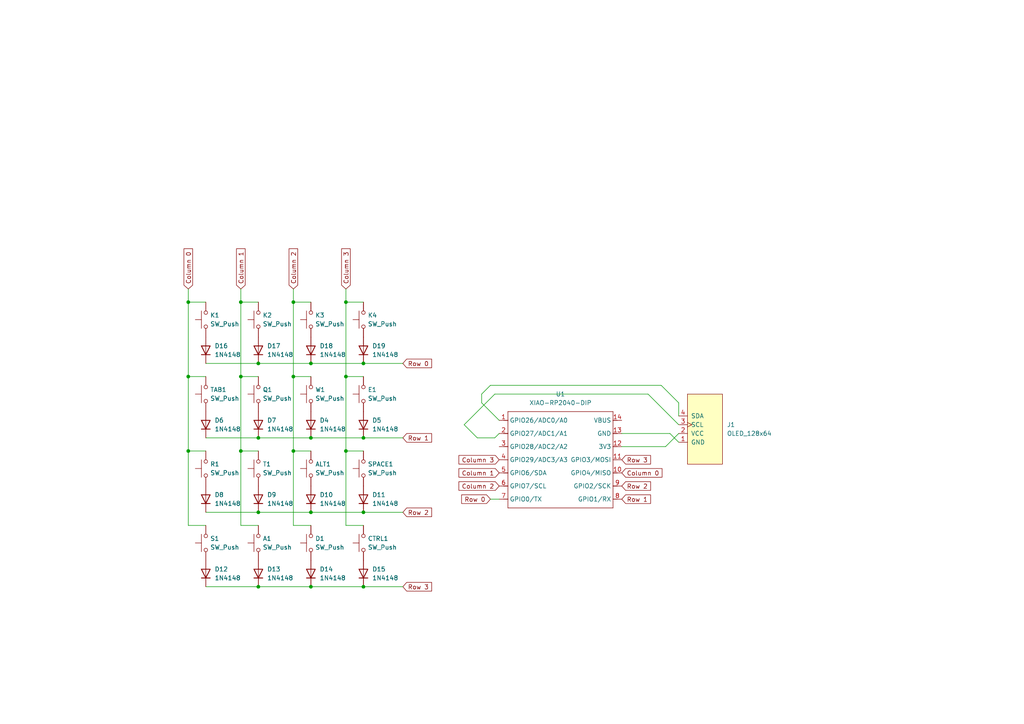
<source format=kicad_sch>
(kicad_sch (version 20250114) (generator "eeschema") (generator_version "9.0")
  (paper "A4")
  (lib_symbols
    (symbol "Diode:1N4148" (pin_numbers (hide yes)) (pin_names (hide yes))
      (property "Reference" "D" (at 0 2.54 0))
      (property "Value" "1N4148" (at 0 -2.54 0))
      (symbol "1N4148_0_1"
        (polyline (pts (xy -1.27 1.27) (xy -1.27 -1.27)) (stroke (width 0.254)))
        (polyline (pts (xy 1.27 1.27) (xy 1.27 -1.27) (xy -1.27 0) (xy 1.27 1.27)) (stroke (width 0.254)))
        (polyline (pts (xy 1.27 0) (xy -1.27 0)))
      )
      (symbol "1N4148_1_1"
        (pin passive line (at -3.81 0 0) (length 2.54) (name "K") (number "1"))
        (pin passive line (at 3.81 0 180) (length 2.54) (name "A") (number "2"))
      )
    )
    (symbol "OPL:XIAO-RP2040-DIP"
      (property "Reference" "U" (at 0 0 0))
      (property "Value" "XIAO-RP2040-DIP" (at 5.334 -1.778 0))
      (symbol "XIAO-RP2040-DIP_1_0"
        (polyline (pts (xy -1.27 -2.54) (xy 29.21 -2.54)) (stroke (width 0.1524)))
        (polyline (pts (xy -1.27 -5.08) (xy -2.54 -5.08)) (stroke (width 0.1524)))
        (polyline (pts (xy -1.27 -5.08) (xy -1.27 -2.54)) (stroke (width 0.1524)))
        (polyline (pts (xy -1.27 -8.89) (xy -2.54 -8.89)) (stroke (width 0.1524)))
        (polyline (pts (xy -1.27 -8.89) (xy -1.27 -5.08)) (stroke (width 0.1524)))
        (polyline (pts (xy -1.27 -12.7) (xy -2.54 -12.7)) (stroke (width 0.1524)))
        (polyline (pts (xy -1.27 -12.7) (xy -1.27 -8.89)) (stroke (width 0.1524)))
        (polyline (pts (xy -1.27 -16.51) (xy -2.54 -16.51)) (stroke (width 0.1524)))
        (polyline (pts (xy -1.27 -16.51) (xy -1.27 -12.7)) (stroke (width 0.1524)))
        (polyline (pts (xy -1.27 -20.32) (xy -2.54 -20.32)) (stroke (width 0.1524)))
        (polyline (pts (xy -1.27 -24.13) (xy -2.54 -24.13)) (stroke (width 0.1524)))
        (polyline (pts (xy -1.27 -27.94) (xy -2.54 -27.94)) (stroke (width 0.1524)))
        (polyline (pts (xy -1.27 -30.48) (xy -1.27 -16.51)) (stroke (width 0.1524)))
        (polyline (pts (xy 29.21 -2.54) (xy 29.21 -5.08)) (stroke (width 0.1524)))
        (polyline (pts (xy 29.21 -5.08) (xy 29.21 -8.89)) (stroke (width 0.1524)))
        (polyline (pts (xy 29.21 -8.89) (xy 29.21 -12.7)) (stroke (width 0.1524)))
        (polyline (pts (xy 29.21 -12.7) (xy 29.21 -30.48)) (stroke (width 0.1524)))
        (polyline (pts (xy 29.21 -30.48) (xy -1.27 -30.48)) (stroke (width 0.1524)))
        (polyline (pts (xy 30.48 -5.08) (xy 29.21 -5.08)) (stroke (width 0.1524)))
        (polyline (pts (xy 30.48 -8.89) (xy 29.21 -8.89)) (stroke (width 0.1524)))
        (polyline (pts (xy 30.48 -12.7) (xy 29.21 -12.7)) (stroke (width 0.1524)))
        (polyline (pts (xy 30.48 -16.51) (xy 29.21 -16.51)) (stroke (width 0.1524)))
        (polyline (pts (xy 30.48 -20.32) (xy 29.21 -20.32)) (stroke (width 0.1524)))
        (polyline (pts (xy 30.48 -24.13) (xy 29.21 -24.13)) (stroke (width 0.1524)))
        (polyline (pts (xy 30.48 -27.94) (xy 29.21 -27.94)) (stroke (width 0.1524)))
        (pin passive line (at -3.81 -5.08 0) (length 2.54) (name "GPIO26/ADC0/A0") (number "1"))
        (pin passive line (at -3.81 -8.89 0) (length 2.54) (name "GPIO27/ADC1/A1") (number "2"))
        (pin passive line (at -3.81 -12.7 0) (length 2.54) (name "GPIO28/ADC2/A2") (number "3"))
        (pin passive line (at -3.81 -16.51 0) (length 2.54) (name "GPIO29/ADC3/A3") (number "4"))
        (pin passive line (at -3.81 -20.32 0) (length 2.54) (name "GPIO6/SDA") (number "5"))
        (pin passive line (at -3.81 -24.13 0) (length 2.54) (name "GPIO7/SCL") (number "6"))
        (pin passive line (at -3.81 -27.94 0) (length 2.54) (name "GPIO0/TX") (number "7"))
        (pin passive line (at 31.75 -5.08 180) (length 2.54) (name "VBUS") (number "14"))
        (pin passive line (at 31.75 -8.89 180) (length 2.54) (name "GND") (number "13"))
        (pin passive line (at 31.75 -12.7 180) (length 2.54) (name "3V3") (number "12"))
        (pin passive line (at 31.75 -16.51 180) (length 2.54) (name "GPIO3/MOSI") (number "11"))
        (pin passive line (at 31.75 -20.32 180) (length 2.54) (name "GPIO4/MISO") (number "10"))
        (pin passive line (at 31.75 -24.13 180) (length 2.54) (name "GPIO2/SCK") (number "9"))
        (pin passive line (at 31.75 -27.94 180) (length 2.54) (name "GPIO1/RX") (number "8"))
      )
    )
    (symbol "SCREN:OLED_128x64" (pin_names (offset 1.016))
      (property "Reference" "J" (at 0 -11.43 0))
      (property "Value" "OLED_128x64" (at 0 -7.62 0))
      (symbol "OLED_128x64_0_1"
        (rectangle (start 10.16 -10.16) (end -10.16 0) (fill (type background)))
      )
      (symbol "OLED_128x64_1_1"
        (pin power_in line (at -3.81 2.54 270) (length 2.54) (name "GND") (number "1"))
        (pin power_in line (at -1.27 2.54 270) (length 2.54) (name "VCC") (number "2"))
        (pin input clock (at 1.27 2.54 270) (length 2.54) (name "SCL") (number "3"))
        (pin bidirectional line (at 3.81 2.54 270) (length 2.54) (name "SDA") (number "4"))
      )
    )
    (symbol "Switch:SW_Push" (pin_numbers (hide yes)) (pin_names (offset 1.016) (hide yes))
      (property "Reference" "SW" (at 1.27 2.54 0))
      (property "Value" "SW_Push" (at 0 -1.524 0))
      (symbol "SW_Push_0_1"
        (circle (center -2.032 0) (radius 0.508))
        (polyline (pts (xy 0 1.27) (xy 0 3.048)))
        (circle (center 2.032 0) (radius 0.508))
        (polyline (pts (xy 2.54 1.27) (xy -2.54 1.27)))
        (pin passive line (at -5.08 0 0) (length 2.54) (name "1") (number "1"))
        (pin passive line (at 5.08 0 180) (length 2.54) (name "2") (number "2"))
      )
    )
  )
  (junction (at 85.09 130.81))
  (junction (at 85.09 87.63))
  (junction (at 105.41 127))
  (junction (at 54.61 109.22))
  (junction (at 74.93 105.41))
  (junction (at 69.85 87.63))
  (junction (at 90.17 170.18))
  (junction (at 105.41 170.18))
  (junction (at 69.85 109.22))
  (junction (at 74.93 127))
  (junction (at 100.33 109.22))
  (junction (at 74.93 170.18))
  (junction (at 74.93 148.59))
  (junction (at 105.41 105.41))
  (junction (at 100.33 130.81))
  (junction (at 90.17 148.59))
  (junction (at 100.33 87.63))
  (junction (at 69.85 130.81))
  (junction (at 85.09 109.22))
  (junction (at 54.61 130.81))
  (junction (at 54.61 87.63))
  (junction (at 90.17 127))
  (junction (at 90.17 105.41))
  (junction (at 105.41 148.59))
  (wire (pts (xy 90.17 127) (xy 105.41 127)))
  (wire (pts (xy 196.85 120.65) (xy 196.85 116.84)))
  (wire (pts (xy 69.85 130.81) (xy 69.85 152.4)))
  (wire (pts (xy 54.61 87.63) (xy 59.69 87.63)))
  (wire (pts (xy 69.85 83.82) (xy 69.85 87.63)))
  (wire (pts (xy 59.69 148.59) (xy 74.93 148.59)))
  (wire (pts (xy 69.85 130.81) (xy 74.93 130.81)))
  (wire (pts (xy 54.61 109.22) (xy 54.61 130.81)))
  (wire (pts (xy 74.93 127) (xy 90.17 127)))
  (wire (pts (xy 100.33 109.22) (xy 105.41 109.22)))
  (wire (pts (xy 196.85 116.84) (xy 191.77 111.76)))
  (wire (pts (xy 85.09 109.22) (xy 90.17 109.22)))
  (wire (pts (xy 193.04 129.54) (xy 196.85 125.73)))
  (wire (pts (xy 74.93 170.18) (xy 90.17 170.18)))
  (wire (pts (xy 134.62 123.19) (xy 138.43 127)))
  (wire (pts (xy 180.34 125.73) (xy 194.31 125.73)))
  (wire (pts (xy 90.17 148.59) (xy 105.41 148.59)))
  (wire (pts (xy 100.33 130.81) (xy 105.41 130.81)))
  (wire (pts (xy 54.61 83.82) (xy 54.61 87.63)))
  (wire (pts (xy 90.17 105.41) (xy 105.41 105.41)))
  (wire (pts (xy 59.69 105.41) (xy 74.93 105.41)))
  (wire (pts (xy 100.33 83.82) (xy 100.33 87.63)))
  (wire (pts (xy 54.61 130.81) (xy 59.69 130.81)))
  (wire (pts (xy 54.61 109.22) (xy 59.69 109.22)))
  (wire (pts (xy 85.09 152.4) (xy 90.17 152.4)))
  (wire (pts (xy 194.31 125.73) (xy 196.85 128.27)))
  (wire (pts (xy 191.77 111.76) (xy 142.24 111.76)))
  (wire (pts (xy 85.09 130.81) (xy 85.09 152.4)))
  (wire (pts (xy 139.7 116.84) (xy 144.78 121.92)))
  (wire (pts (xy 142.24 144.78) (xy 144.78 144.78)))
  (wire (pts (xy 139.7 114.3) (xy 139.7 116.84)))
  (wire (pts (xy 69.85 87.63) (xy 69.85 109.22)))
  (wire (pts (xy 85.09 130.81) (xy 90.17 130.81)))
  (wire (pts (xy 85.09 109.22) (xy 85.09 130.81)))
  (wire (pts (xy 54.61 130.81) (xy 54.61 152.4)))
  (wire (pts (xy 54.61 152.4) (xy 59.69 152.4)))
  (wire (pts (xy 100.33 152.4) (xy 105.41 152.4)))
  (wire (pts (xy 187.96 114.3) (xy 143.51 114.3)))
  (wire (pts (xy 69.85 87.63) (xy 74.93 87.63)))
  (wire (pts (xy 105.41 148.59) (xy 116.84 148.59)))
  (wire (pts (xy 105.41 127) (xy 116.84 127)))
  (wire (pts (xy 85.09 87.63) (xy 85.09 109.22)))
  (wire (pts (xy 105.41 105.41) (xy 116.84 105.41)))
  (wire (pts (xy 134.62 123.19) (xy 143.51 114.3)))
  (wire (pts (xy 138.43 127) (xy 143.51 127)))
  (wire (pts (xy 100.33 87.63) (xy 105.41 87.63)))
  (wire (pts (xy 142.24 111.76) (xy 139.7 114.3)))
  (wire (pts (xy 100.33 130.81) (xy 100.33 152.4)))
  (wire (pts (xy 69.85 109.22) (xy 74.93 109.22)))
  (wire (pts (xy 59.69 170.18) (xy 74.93 170.18)))
  (wire (pts (xy 100.33 109.22) (xy 100.33 130.81)))
  (wire (pts (xy 59.69 127) (xy 74.93 127)))
  (wire (pts (xy 180.34 129.54) (xy 193.04 129.54)))
  (wire (pts (xy 90.17 170.18) (xy 105.41 170.18)))
  (wire (pts (xy 85.09 83.82) (xy 85.09 87.63)))
  (wire (pts (xy 74.93 105.41) (xy 90.17 105.41)))
  (wire (pts (xy 69.85 152.4) (xy 74.93 152.4)))
  (wire (pts (xy 54.61 87.63) (xy 54.61 109.22)))
  (wire (pts (xy 105.41 170.18) (xy 116.84 170.18)))
  (wire (pts (xy 69.85 109.22) (xy 69.85 130.81)))
  (wire (pts (xy 100.33 87.63) (xy 100.33 109.22)))
  (wire (pts (xy 85.09 87.63) (xy 90.17 87.63)))
  (wire (pts (xy 143.51 127) (xy 144.78 125.73)))
  (wire (pts (xy 74.93 148.59) (xy 90.17 148.59)))
  (wire (pts (xy 196.85 123.19) (xy 187.96 114.3)))
  (global_label "Column 3" (shape input) (at 144.78 133.35 180) (property "Intersheetrefs" "${INTERSHEET_REFS}" (effects (hide yes))))
  (global_label "Column 2" (shape input) (at 85.09 83.82 90) (property "Intersheetrefs" "${INTERSHEET_REFS}" (effects (hide yes))))
  (global_label "Column 0" (shape input) (at 54.61 83.82 90) (property "Intersheetrefs" "${INTERSHEET_REFS}" (effects (hide yes))))
  (global_label "Row 3" (shape input) (at 116.84 170.18 0) (property "Intersheetrefs" "${INTERSHEET_REFS}" (effects (hide yes))))
  (global_label "Row 0" (shape input) (at 142.24 144.78 180) (property "Intersheetrefs" "${INTERSHEET_REFS}" (effects (hide yes))))
  (global_label "Row 2" (shape input) (at 180.34 140.97 0) (property "Intersheetrefs" "${INTERSHEET_REFS}" (effects (hide yes))))
  (global_label "Row 3" (shape input) (at 180.34 133.35 0) (property "Intersheetrefs" "${INTERSHEET_REFS}" (effects (hide yes))))
  (global_label "Row 2" (shape input) (at 116.84 148.59 0) (property "Intersheetrefs" "${INTERSHEET_REFS}" (effects (hide yes))))
  (global_label "Row 0" (shape input) (at 116.84 105.41 0) (property "Intersheetrefs" "${INTERSHEET_REFS}" (effects (hide yes))))
  (global_label "Column 3" (shape input) (at 100.33 83.82 90) (property "Intersheetrefs" "${INTERSHEET_REFS}" (effects (hide yes))))
  (global_label "Column 1" (shape input) (at 144.78 137.16 180) (property "Intersheetrefs" "${INTERSHEET_REFS}" (effects (hide yes))))
  (global_label "Column 2" (shape input) (at 144.78 140.97 180) (property "Intersheetrefs" "${INTERSHEET_REFS}" (effects (hide yes))))
  (global_label "Column 0" (shape input) (at 180.34 137.16 0) (property "Intersheetrefs" "${INTERSHEET_REFS}" (effects (hide yes))))
  (global_label "Column 1" (shape input) (at 69.85 83.82 90) (property "Intersheetrefs" "${INTERSHEET_REFS}" (effects (hide yes))))
  (global_label "Row 1" (shape input) (at 116.84 127 0) (property "Intersheetrefs" "${INTERSHEET_REFS}" (effects (hide yes))))
  (global_label "Row 1" (shape input) (at 180.34 144.78 0) (property "Intersheetrefs" "${INTERSHEET_REFS}" (effects (hide yes))))
  (symbol (lib_id "Switch:SW_Push") (at 90.17 114.3 90) (unit 1)
    (property "Reference" "W1" (at 91.44 113.0299 90) (effects (justify right)))
    (property "Value" "SW_Push" (at 91.44 115.5699 90) (effects (justify right)))
    (property "Footprint" "Button_Switch_Keyboard:SW_Cherry_MX_1.00u_PCB" (effects (hide yes)))
    (property "Description" "Push button switch, generic, two pins" (effects (hide yes)))
  )
  (symbol (lib_id "Diode:1N4148") (at 105.41 166.37 90) (unit 1)
    (property "Reference" "D15" (at 107.95 165.0999 90) (effects (justify right)))
    (property "Value" "1N4148" (at 107.95 167.6399 90) (effects (justify right)))
    (property "Footprint" "Diode_THT:D_DO-35_SOD27_P7.62mm_Horizontal" (effects (hide yes)))
    (property "Datasheet" "https://assets.nexperia.com/documents/data-sheet/1N4148_1N4448.pdf" (effects (hide yes)))
    (property "Description" "100V 0.15A standard switching diode, DO-35" (effects (hide yes)))
    (property "Sim.Device" "D" (effects (hide yes)))
    (property "Sim.Pins" "1=K 2=A" (effects (hide yes)))
  )
  (symbol (lib_id "Switch:SW_Push") (at 74.93 92.71 90) (unit 1)
    (property "Reference" "K2" (at 76.2 91.4399 90) (effects (justify right)))
    (property "Value" "SW_Push" (at 76.2 93.9799 90) (effects (justify right)))
    (property "Footprint" "Button_Switch_Keyboard:SW_Cherry_MX_1.00u_PCB" (effects (hide yes)))
    (property "Description" "Push button switch, generic, two pins" (effects (hide yes)))
  )
  (symbol (lib_id "Switch:SW_Push") (at 90.17 92.71 90) (unit 1)
    (property "Reference" "K3" (at 91.44 91.4399 90) (effects (justify right)))
    (property "Value" "SW_Push" (at 91.44 93.9799 90) (effects (justify right)))
    (property "Footprint" "Button_Switch_Keyboard:SW_Cherry_MX_1.00u_PCB" (effects (hide yes)))
    (property "Description" "Push button switch, generic, two pins" (effects (hide yes)))
  )
  (symbol (lib_id "Switch:SW_Push") (at 74.93 157.48 90) (unit 1)
    (property "Reference" "A1" (at 76.2 156.2099 90) (effects (justify right)))
    (property "Value" "SW_Push" (at 76.2 158.7499 90) (effects (justify right)))
    (property "Footprint" "Button_Switch_Keyboard:SW_Cherry_MX_1.00u_PCB" (effects (hide yes)))
    (property "Description" "Push button switch, generic, two pins" (effects (hide yes)))
  )
  (symbol (lib_id "Diode:1N4148") (at 90.17 101.6 90) (unit 1)
    (property "Reference" "D18" (at 92.71 100.3299 90) (effects (justify right)))
    (property "Value" "1N4148" (at 92.71 102.8699 90) (effects (justify right)))
    (property "Footprint" "Diode_THT:D_DO-35_SOD27_P7.62mm_Horizontal" (effects (hide yes)))
    (property "Datasheet" "https://assets.nexperia.com/documents/data-sheet/1N4148_1N4448.pdf" (effects (hide yes)))
    (property "Description" "100V 0.15A standard switching diode, DO-35" (effects (hide yes)))
    (property "Sim.Device" "D" (effects (hide yes)))
    (property "Sim.Pins" "1=K 2=A" (effects (hide yes)))
  )
  (symbol (lib_id "Switch:SW_Push") (at 59.69 92.71 90) (unit 1)
    (property "Reference" "K1" (at 60.96 91.4399 90) (effects (justify right)))
    (property "Value" "SW_Push" (at 60.96 93.9799 90) (effects (justify right)))
    (property "Footprint" "Button_Switch_Keyboard:SW_Cherry_MX_1.00u_PCB" (effects (hide yes)))
    (property "Description" "Push button switch, generic, two pins" (effects (hide yes)))
  )
  (symbol (lib_id "Diode:1N4148") (at 90.17 144.78 90) (unit 1)
    (property "Reference" "D10" (at 92.71 143.5099 90) (effects (justify right)))
    (property "Value" "1N4148" (at 92.71 146.0499 90) (effects (justify right)))
    (property "Footprint" "Diode_THT:D_DO-35_SOD27_P7.62mm_Horizontal" (effects (hide yes)))
    (property "Datasheet" "https://assets.nexperia.com/documents/data-sheet/1N4148_1N4448.pdf" (effects (hide yes)))
    (property "Description" "100V 0.15A standard switching diode, DO-35" (effects (hide yes)))
    (property "Sim.Device" "D" (effects (hide yes)))
    (property "Sim.Pins" "1=K 2=A" (effects (hide yes)))
  )
  (symbol (lib_id "OPL:XIAO-RP2040-DIP") (at 148.59 116.84 0) (unit 1)
    (property "Reference" "U1" (at 162.56 114.3 0))
    (property "Value" "XIAO-RP2040-DIP" (at 162.56 116.84 0))
    (property "Footprint" "Seeed Studio XIAO Series Library:XIAO-RP2040-DIP" (effects (hide yes)))
  )
  (symbol (lib_id "Switch:SW_Push") (at 105.41 135.89 90) (unit 1)
    (property "Reference" "SPACE1" (at 106.68 134.6199 90) (effects (justify right)))
    (property "Value" "SW_Push" (at 106.68 137.1599 90) (effects (justify right)))
    (property "Footprint" "Button_Switch_Keyboard:SW_Cherry_MX_1.00u_PCB" (effects (hide yes)))
    (property "Description" "Push button switch, generic, two pins" (effects (hide yes)))
  )
  (symbol (lib_id "Diode:1N4148") (at 59.69 123.19 90) (unit 1)
    (property "Reference" "D6" (at 62.23 121.9199 90) (effects (justify right)))
    (property "Value" "1N4148" (at 62.23 124.4599 90) (effects (justify right)))
    (property "Footprint" "Diode_THT:D_DO-35_SOD27_P7.62mm_Horizontal" (effects (hide yes)))
    (property "Datasheet" "https://assets.nexperia.com/documents/data-sheet/1N4148_1N4448.pdf" (effects (hide yes)))
    (property "Description" "100V 0.15A standard switching diode, DO-35" (effects (hide yes)))
    (property "Sim.Device" "D" (effects (hide yes)))
    (property "Sim.Pins" "1=K 2=A" (effects (hide yes)))
  )
  (symbol (lib_id "Switch:SW_Push") (at 105.41 114.3 90) (unit 1)
    (property "Reference" "E1" (at 106.68 113.0299 90) (effects (justify right)))
    (property "Value" "SW_Push" (at 106.68 115.5699 90) (effects (justify right)))
    (property "Footprint" "Button_Switch_Keyboard:SW_Cherry_MX_1.00u_PCB" (effects (hide yes)))
    (property "Description" "Push button switch, generic, two pins" (effects (hide yes)))
  )
  (symbol (lib_id "Switch:SW_Push") (at 59.69 135.89 90) (unit 1)
    (property "Reference" "R1" (at 60.96 134.6199 90) (effects (justify right)))
    (property "Value" "SW_Push" (at 60.96 137.1599 90) (effects (justify right)))
    (property "Footprint" "Button_Switch_Keyboard:SW_Cherry_MX_1.00u_PCB" (effects (hide yes)))
    (property "Description" "Push button switch, generic, two pins" (effects (hide yes)))
  )
  (symbol (lib_id "SCREN:OLED_128x64") (at 199.39 124.46 90) (unit 1)
    (property "Reference" "J1" (at 210.82 123.1899 90) (effects (justify right)))
    (property "Value" "OLED_128x64" (at 210.82 125.7299 90) (effects (justify right)))
    (property "Footprint" "ScottoKeebs_Components:OLED_128x64" (effects (hide yes)))
  )
  (symbol (lib_id "Switch:SW_Push") (at 59.69 114.3 90) (unit 1)
    (property "Reference" "TAB1" (at 60.96 113.0299 90) (effects (justify right)))
    (property "Value" "SW_Push" (at 60.96 115.5699 90) (effects (justify right)))
    (property "Footprint" "Button_Switch_Keyboard:SW_Cherry_MX_1.00u_PCB" (effects (hide yes)))
    (property "Description" "Push button switch, generic, two pins" (effects (hide yes)))
  )
  (symbol (lib_id "Switch:SW_Push") (at 90.17 157.48 90) (unit 1)
    (property "Reference" "D1" (at 91.44 156.2099 90) (effects (justify right)))
    (property "Value" "SW_Push" (at 91.44 158.7499 90) (effects (justify right)))
    (property "Footprint" "Button_Switch_Keyboard:SW_Cherry_MX_1.00u_PCB" (effects (hide yes)))
    (property "Description" "Push button switch, generic, two pins" (effects (hide yes)))
  )
  (symbol (lib_id "Switch:SW_Push") (at 74.93 114.3 90) (unit 1)
    (property "Reference" "Q1" (at 76.2 113.0299 90) (effects (justify right)))
    (property "Value" "SW_Push" (at 76.2 115.5699 90) (effects (justify right)))
    (property "Footprint" "Button_Switch_Keyboard:SW_Cherry_MX_1.00u_PCB" (effects (hide yes)))
    (property "Description" "Push button switch, generic, two pins" (effects (hide yes)))
  )
  (symbol (lib_id "Diode:1N4148") (at 105.41 144.78 90) (unit 1)
    (property "Reference" "D11" (at 107.95 143.5099 90) (effects (justify right)))
    (property "Value" "1N4148" (at 107.95 146.0499 90) (effects (justify right)))
    (property "Footprint" "Diode_THT:D_DO-35_SOD27_P7.62mm_Horizontal" (effects (hide yes)))
    (property "Datasheet" "https://assets.nexperia.com/documents/data-sheet/1N4148_1N4448.pdf" (effects (hide yes)))
    (property "Description" "100V 0.15A standard switching diode, DO-35" (effects (hide yes)))
    (property "Sim.Device" "D" (effects (hide yes)))
    (property "Sim.Pins" "1=K 2=A" (effects (hide yes)))
  )
  (symbol (lib_id "Switch:SW_Push") (at 90.17 135.89 90) (unit 1)
    (property "Reference" "ALT1" (at 91.44 134.6199 90) (effects (justify right)))
    (property "Value" "SW_Push" (at 91.44 137.1599 90) (effects (justify right)))
    (property "Footprint" "Button_Switch_Keyboard:SW_Cherry_MX_1.00u_PCB" (effects (hide yes)))
    (property "Description" "Push button switch, generic, two pins" (effects (hide yes)))
  )
  (symbol (lib_id "Diode:1N4148") (at 59.69 144.78 90) (unit 1)
    (property "Reference" "D8" (at 62.23 143.5099 90) (effects (justify right)))
    (property "Value" "1N4148" (at 62.23 146.0499 90) (effects (justify right)))
    (property "Footprint" "Diode_THT:D_DO-35_SOD27_P7.62mm_Horizontal" (effects (hide yes)))
    (property "Datasheet" "https://assets.nexperia.com/documents/data-sheet/1N4148_1N4448.pdf" (effects (hide yes)))
    (property "Description" "100V 0.15A standard switching diode, DO-35" (effects (hide yes)))
    (property "Sim.Device" "D" (effects (hide yes)))
    (property "Sim.Pins" "1=K 2=A" (effects (hide yes)))
  )
  (symbol (lib_id "Diode:1N4148") (at 74.93 101.6 90) (unit 1)
    (property "Reference" "D17" (at 77.47 100.3299 90) (effects (justify right)))
    (property "Value" "1N4148" (at 77.47 102.8699 90) (effects (justify right)))
    (property "Footprint" "Diode_THT:D_DO-35_SOD27_P7.62mm_Horizontal" (effects (hide yes)))
    (property "Datasheet" "https://assets.nexperia.com/documents/data-sheet/1N4148_1N4448.pdf" (effects (hide yes)))
    (property "Description" "100V 0.15A standard switching diode, DO-35" (effects (hide yes)))
    (property "Sim.Device" "D" (effects (hide yes)))
    (property "Sim.Pins" "1=K 2=A" (effects (hide yes)))
  )
  (symbol (lib_id "Diode:1N4148") (at 74.93 123.19 90) (unit 1)
    (property "Reference" "D7" (at 77.47 121.9199 90) (effects (justify right)))
    (property "Value" "1N4148" (at 77.47 124.4599 90) (effects (justify right)))
    (property "Footprint" "Diode_THT:D_DO-35_SOD27_P7.62mm_Horizontal" (effects (hide yes)))
    (property "Datasheet" "https://assets.nexperia.com/documents/data-sheet/1N4148_1N4448.pdf" (effects (hide yes)))
    (property "Description" "100V 0.15A standard switching diode, DO-35" (effects (hide yes)))
    (property "Sim.Device" "D" (effects (hide yes)))
    (property "Sim.Pins" "1=K 2=A" (effects (hide yes)))
  )
  (symbol (lib_id "Diode:1N4148") (at 74.93 144.78 90) (unit 1)
    (property "Reference" "D9" (at 77.47 143.5099 90) (effects (justify right)))
    (property "Value" "1N4148" (at 77.47 146.0499 90) (effects (justify right)))
    (property "Footprint" "Diode_THT:D_DO-35_SOD27_P7.62mm_Horizontal" (effects (hide yes)))
    (property "Datasheet" "https://assets.nexperia.com/documents/data-sheet/1N4148_1N4448.pdf" (effects (hide yes)))
    (property "Description" "100V 0.15A standard switching diode, DO-35" (effects (hide yes)))
    (property "Sim.Device" "D" (effects (hide yes)))
    (property "Sim.Pins" "1=K 2=A" (effects (hide yes)))
  )
  (symbol (lib_id "Switch:SW_Push") (at 74.93 135.89 90) (unit 1)
    (property "Reference" "T1" (at 76.2 134.6199 90) (effects (justify right)))
    (property "Value" "SW_Push" (at 76.2 137.1599 90) (effects (justify right)))
    (property "Footprint" "Button_Switch_Keyboard:SW_Cherry_MX_1.00u_PCB" (effects (hide yes)))
    (property "Description" "Push button switch, generic, two pins" (effects (hide yes)))
  )
  (symbol (lib_id "Switch:SW_Push") (at 59.69 157.48 90) (unit 1)
    (property "Reference" "S1" (at 60.96 156.2099 90) (effects (justify right)))
    (property "Value" "SW_Push" (at 60.96 158.7499 90) (effects (justify right)))
    (property "Footprint" "Button_Switch_Keyboard:SW_Cherry_MX_1.00u_PCB" (effects (hide yes)))
    (property "Description" "Push button switch, generic, two pins" (effects (hide yes)))
  )
  (symbol (lib_id "Diode:1N4148") (at 105.41 123.19 90) (unit 1)
    (property "Reference" "D5" (at 107.95 121.9199 90) (effects (justify right)))
    (property "Value" "1N4148" (at 107.95 124.4599 90) (effects (justify right)))
    (property "Footprint" "Diode_THT:D_DO-35_SOD27_P7.62mm_Horizontal" (effects (hide yes)))
    (property "Datasheet" "https://assets.nexperia.com/documents/data-sheet/1N4148_1N4448.pdf" (effects (hide yes)))
    (property "Description" "100V 0.15A standard switching diode, DO-35" (effects (hide yes)))
    (property "Sim.Device" "D" (effects (hide yes)))
    (property "Sim.Pins" "1=K 2=A" (effects (hide yes)))
  )
  (symbol (lib_id "Diode:1N4148") (at 59.69 101.6 90) (unit 1)
    (property "Reference" "D16" (at 62.23 100.3299 90) (effects (justify right)))
    (property "Value" "1N4148" (at 62.23 102.8699 90) (effects (justify right)))
    (property "Footprint" "Diode_THT:D_DO-35_SOD27_P7.62mm_Horizontal" (effects (hide yes)))
    (property "Datasheet" "https://assets.nexperia.com/documents/data-sheet/1N4148_1N4448.pdf" (effects (hide yes)))
    (property "Description" "100V 0.15A standard switching diode, DO-35" (effects (hide yes)))
    (property "Sim.Device" "D" (effects (hide yes)))
    (property "Sim.Pins" "1=K 2=A" (effects (hide yes)))
  )
  (symbol (lib_id "Diode:1N4148") (at 74.93 166.37 90) (unit 1)
    (property "Reference" "D13" (at 77.47 165.0999 90) (effects (justify right)))
    (property "Value" "1N4148" (at 77.47 167.6399 90) (effects (justify right)))
    (property "Footprint" "Diode_THT:D_DO-35_SOD27_P7.62mm_Horizontal" (effects (hide yes)))
    (property "Datasheet" "https://assets.nexperia.com/documents/data-sheet/1N4148_1N4448.pdf" (effects (hide yes)))
    (property "Description" "100V 0.15A standard switching diode, DO-35" (effects (hide yes)))
    (property "Sim.Device" "D" (effects (hide yes)))
    (property "Sim.Pins" "1=K 2=A" (effects (hide yes)))
  )
  (symbol (lib_id "Diode:1N4148") (at 59.69 166.37 90) (unit 1)
    (property "Reference" "D12" (at 62.23 165.0999 90) (effects (justify right)))
    (property "Value" "1N4148" (at 62.23 167.6399 90) (effects (justify right)))
    (property "Footprint" "Diode_THT:D_DO-35_SOD27_P7.62mm_Horizontal" (effects (hide yes)))
    (property "Datasheet" "https://assets.nexperia.com/documents/data-sheet/1N4148_1N4448.pdf" (effects (hide yes)))
    (property "Description" "100V 0.15A standard switching diode, DO-35" (effects (hide yes)))
    (property "Sim.Device" "D" (effects (hide yes)))
    (property "Sim.Pins" "1=K 2=A" (effects (hide yes)))
  )
  (symbol (lib_id "Diode:1N4148") (at 90.17 123.19 90) (unit 1)
    (property "Reference" "D4" (at 92.71 121.9199 90) (effects (justify right)))
    (property "Value" "1N4148" (at 92.71 124.4599 90) (effects (justify right)))
    (property "Footprint" "Diode_THT:D_DO-35_SOD27_P7.62mm_Horizontal" (effects (hide yes)))
    (property "Datasheet" "https://assets.nexperia.com/documents/data-sheet/1N4148_1N4448.pdf" (effects (hide yes)))
    (property "Description" "100V 0.15A standard switching diode, DO-35" (effects (hide yes)))
    (property "Sim.Device" "D" (effects (hide yes)))
    (property "Sim.Pins" "1=K 2=A" (effects (hide yes)))
  )
  (symbol (lib_id "Switch:SW_Push") (at 105.41 157.48 90) (unit 1)
    (property "Reference" "CTRL1" (at 106.68 156.2099 90) (effects (justify right)))
    (property "Value" "SW_Push" (at 106.68 158.7499 90) (effects (justify right)))
    (property "Footprint" "Button_Switch_Keyboard:SW_Cherry_MX_1.00u_PCB" (effects (hide yes)))
    (property "Description" "Push button switch, generic, two pins" (effects (hide yes)))
  )
  (symbol (lib_id "Diode:1N4148") (at 90.17 166.37 90) (unit 1)
    (property "Reference" "D14" (at 92.71 165.0999 90) (effects (justify right)))
    (property "Value" "1N4148" (at 92.71 167.6399 90) (effects (justify right)))
    (property "Footprint" "Diode_THT:D_DO-35_SOD27_P7.62mm_Horizontal" (effects (hide yes)))
    (property "Datasheet" "https://assets.nexperia.com/documents/data-sheet/1N4148_1N4448.pdf" (effects (hide yes)))
    (property "Description" "100V 0.15A standard switching diode, DO-35" (effects (hide yes)))
    (property "Sim.Device" "D" (effects (hide yes)))
    (property "Sim.Pins" "1=K 2=A" (effects (hide yes)))
  )
  (symbol (lib_id "Diode:1N4148") (at 105.41 101.6 90) (unit 1)
    (property "Reference" "D19" (at 107.95 100.3299 90) (effects (justify right)))
    (property "Value" "1N4148" (at 107.95 102.8699 90) (effects (justify right)))
    (property "Footprint" "Diode_THT:D_DO-35_SOD27_P7.62mm_Horizontal" (effects (hide yes)))
    (property "Datasheet" "https://assets.nexperia.com/documents/data-sheet/1N4148_1N4448.pdf" (effects (hide yes)))
    (property "Description" "100V 0.15A standard switching diode, DO-35" (effects (hide yes)))
    (property "Sim.Device" "D" (effects (hide yes)))
    (property "Sim.Pins" "1=K 2=A" (effects (hide yes)))
  )
  (symbol (lib_id "Switch:SW_Push") (at 105.41 92.71 90) (unit 1)
    (property "Reference" "K4" (at 106.68 91.4399 90) (effects (justify right)))
    (property "Value" "SW_Push" (at 106.68 93.9799 90) (effects (justify right)))
    (property "Footprint" "Button_Switch_Keyboard:SW_Cherry_MX_1.00u_PCB" (effects (hide yes)))
    (property "Description" "Push button switch, generic, two pins" (effects (hide yes)))
  )
)
</source>
